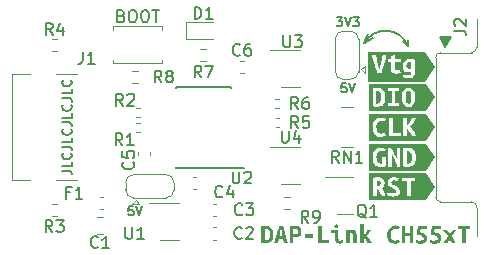
<source format=gto>
%TF.GenerationSoftware,KiCad,Pcbnew,(6.0.1)*%
%TF.CreationDate,2022-02-25T23:47:12+08:00*%
%TF.ProjectId,PCB_DAP_Link_CH55xT,5043425f-4441-4505-9f4c-696e6b5f4348,1.0*%
%TF.SameCoordinates,Original*%
%TF.FileFunction,Legend,Top*%
%TF.FilePolarity,Positive*%
%FSLAX46Y46*%
G04 Gerber Fmt 4.6, Leading zero omitted, Abs format (unit mm)*
G04 Created by KiCad (PCBNEW (6.0.1)) date 2022-02-25 23:47:12*
%MOMM*%
%LPD*%
G01*
G04 APERTURE LIST*
%ADD10C,0.150000*%
%ADD11C,0.127000*%
%ADD12C,0.120000*%
G04 APERTURE END LIST*
D10*
X117116000Y-56321000D02*
X117391000Y-55580000D01*
X117116000Y-56321000D02*
X117805303Y-55875490D01*
X120794628Y-56580000D02*
G75*
G03*
X117137000Y-56300000I-1892089J-686554D01*
G01*
X120794628Y-56580000D02*
X120794628Y-56046000D01*
X120794628Y-56580000D02*
X120387628Y-56173000D01*
D11*
X115566857Y-59710714D02*
X115204000Y-59710714D01*
X115167714Y-60073571D01*
X115204000Y-60037285D01*
X115276571Y-60001000D01*
X115458000Y-60001000D01*
X115530571Y-60037285D01*
X115566857Y-60073571D01*
X115603142Y-60146142D01*
X115603142Y-60327571D01*
X115566857Y-60400142D01*
X115530571Y-60436428D01*
X115458000Y-60472714D01*
X115276571Y-60472714D01*
X115204000Y-60436428D01*
X115167714Y-60400142D01*
X115820857Y-59710714D02*
X116074857Y-60472714D01*
X116328857Y-59710714D01*
D10*
X91524904Y-67125238D02*
X92096333Y-67125238D01*
X92210619Y-67163333D01*
X92286809Y-67239523D01*
X92324904Y-67353809D01*
X92324904Y-67430000D01*
X92324904Y-66363333D02*
X92324904Y-66744285D01*
X91524904Y-66744285D01*
X92248714Y-65639523D02*
X92286809Y-65677619D01*
X92324904Y-65791904D01*
X92324904Y-65868095D01*
X92286809Y-65982380D01*
X92210619Y-66058571D01*
X92134428Y-66096666D01*
X91982047Y-66134761D01*
X91867761Y-66134761D01*
X91715380Y-66096666D01*
X91639190Y-66058571D01*
X91563000Y-65982380D01*
X91524904Y-65868095D01*
X91524904Y-65791904D01*
X91563000Y-65677619D01*
X91601095Y-65639523D01*
X91524904Y-65068095D02*
X92096333Y-65068095D01*
X92210619Y-65106190D01*
X92286809Y-65182380D01*
X92324904Y-65296666D01*
X92324904Y-65372857D01*
X92324904Y-64306190D02*
X92324904Y-64687142D01*
X91524904Y-64687142D01*
X92248714Y-63582380D02*
X92286809Y-63620476D01*
X92324904Y-63734761D01*
X92324904Y-63810952D01*
X92286809Y-63925238D01*
X92210619Y-64001428D01*
X92134428Y-64039523D01*
X91982047Y-64077619D01*
X91867761Y-64077619D01*
X91715380Y-64039523D01*
X91639190Y-64001428D01*
X91563000Y-63925238D01*
X91524904Y-63810952D01*
X91524904Y-63734761D01*
X91563000Y-63620476D01*
X91601095Y-63582380D01*
X91524904Y-63010952D02*
X92096333Y-63010952D01*
X92210619Y-63049047D01*
X92286809Y-63125238D01*
X92324904Y-63239523D01*
X92324904Y-63315714D01*
X92324904Y-62249047D02*
X92324904Y-62630000D01*
X91524904Y-62630000D01*
X92248714Y-61525238D02*
X92286809Y-61563333D01*
X92324904Y-61677619D01*
X92324904Y-61753809D01*
X92286809Y-61868095D01*
X92210619Y-61944285D01*
X92134428Y-61982380D01*
X91982047Y-62020476D01*
X91867761Y-62020476D01*
X91715380Y-61982380D01*
X91639190Y-61944285D01*
X91563000Y-61868095D01*
X91524904Y-61753809D01*
X91524904Y-61677619D01*
X91563000Y-61563333D01*
X91601095Y-61525238D01*
X91524904Y-60953809D02*
X92096333Y-60953809D01*
X92210619Y-60991904D01*
X92286809Y-61068095D01*
X92324904Y-61182380D01*
X92324904Y-61258571D01*
X92324904Y-60191904D02*
X92324904Y-60572857D01*
X91524904Y-60572857D01*
X92248714Y-59468095D02*
X92286809Y-59506190D01*
X92324904Y-59620476D01*
X92324904Y-59696666D01*
X92286809Y-59810952D01*
X92210619Y-59887142D01*
X92134428Y-59925238D01*
X91982047Y-59963333D01*
X91867761Y-59963333D01*
X91715380Y-59925238D01*
X91639190Y-59887142D01*
X91563000Y-59810952D01*
X91524904Y-59696666D01*
X91524904Y-59620476D01*
X91563000Y-59506190D01*
X91601095Y-59468095D01*
D11*
X97532868Y-70124712D02*
X97170011Y-70124712D01*
X97133725Y-70487569D01*
X97170011Y-70451283D01*
X97242582Y-70414998D01*
X97424011Y-70414998D01*
X97496582Y-70451283D01*
X97532868Y-70487569D01*
X97569153Y-70560140D01*
X97569153Y-70741569D01*
X97532868Y-70814140D01*
X97496582Y-70850426D01*
X97424011Y-70886712D01*
X97242582Y-70886712D01*
X97170011Y-70850426D01*
X97133725Y-70814140D01*
X97786868Y-70124712D02*
X98040868Y-70886712D01*
X98294868Y-70124712D01*
X114768582Y-54122714D02*
X115240296Y-54122714D01*
X114986296Y-54413000D01*
X115095153Y-54413000D01*
X115167725Y-54449285D01*
X115204011Y-54485571D01*
X115240296Y-54558142D01*
X115240296Y-54739571D01*
X115204011Y-54812142D01*
X115167725Y-54848428D01*
X115095153Y-54884714D01*
X114877439Y-54884714D01*
X114804868Y-54848428D01*
X114768582Y-54812142D01*
X115458011Y-54122714D02*
X115712011Y-54884714D01*
X115966011Y-54122714D01*
X116147439Y-54122714D02*
X116619153Y-54122714D01*
X116365153Y-54413000D01*
X116474011Y-54413000D01*
X116546582Y-54449285D01*
X116582868Y-54485571D01*
X116619153Y-54558142D01*
X116619153Y-54739571D01*
X116582868Y-54812142D01*
X116546582Y-54848428D01*
X116474011Y-54884714D01*
X116256296Y-54884714D01*
X116183725Y-54848428D01*
X116147439Y-54812142D01*
D10*
X96542857Y-54008571D02*
X96685714Y-54056190D01*
X96733333Y-54103809D01*
X96780952Y-54199047D01*
X96780952Y-54341904D01*
X96733333Y-54437142D01*
X96685714Y-54484761D01*
X96590476Y-54532380D01*
X96209523Y-54532380D01*
X96209523Y-53532380D01*
X96542857Y-53532380D01*
X96638095Y-53580000D01*
X96685714Y-53627619D01*
X96733333Y-53722857D01*
X96733333Y-53818095D01*
X96685714Y-53913333D01*
X96638095Y-53960952D01*
X96542857Y-54008571D01*
X96209523Y-54008571D01*
X97400000Y-53532380D02*
X97590476Y-53532380D01*
X97685714Y-53580000D01*
X97780952Y-53675238D01*
X97828571Y-53865714D01*
X97828571Y-54199047D01*
X97780952Y-54389523D01*
X97685714Y-54484761D01*
X97590476Y-54532380D01*
X97400000Y-54532380D01*
X97304761Y-54484761D01*
X97209523Y-54389523D01*
X97161904Y-54199047D01*
X97161904Y-53865714D01*
X97209523Y-53675238D01*
X97304761Y-53580000D01*
X97400000Y-53532380D01*
X98447619Y-53532380D02*
X98638095Y-53532380D01*
X98733333Y-53580000D01*
X98828571Y-53675238D01*
X98876190Y-53865714D01*
X98876190Y-54199047D01*
X98828571Y-54389523D01*
X98733333Y-54484761D01*
X98638095Y-54532380D01*
X98447619Y-54532380D01*
X98352380Y-54484761D01*
X98257142Y-54389523D01*
X98209523Y-54199047D01*
X98209523Y-53865714D01*
X98257142Y-53675238D01*
X98352380Y-53580000D01*
X98447619Y-53532380D01*
X99161904Y-53532380D02*
X99733333Y-53532380D01*
X99447619Y-54532380D02*
X99447619Y-53532380D01*
%TO.C,R6*%
X111484133Y-61875780D02*
X111150800Y-61399590D01*
X110912704Y-61875780D02*
X110912704Y-60875780D01*
X111293657Y-60875780D01*
X111388895Y-60923400D01*
X111436514Y-60971019D01*
X111484133Y-61066257D01*
X111484133Y-61209114D01*
X111436514Y-61304352D01*
X111388895Y-61351971D01*
X111293657Y-61399590D01*
X110912704Y-61399590D01*
X112341276Y-60875780D02*
X112150800Y-60875780D01*
X112055561Y-60923400D01*
X112007942Y-60971019D01*
X111912704Y-61113876D01*
X111865085Y-61304352D01*
X111865085Y-61685304D01*
X111912704Y-61780542D01*
X111960323Y-61828161D01*
X112055561Y-61875780D01*
X112246038Y-61875780D01*
X112341276Y-61828161D01*
X112388895Y-61780542D01*
X112436514Y-61685304D01*
X112436514Y-61447209D01*
X112388895Y-61351971D01*
X112341276Y-61304352D01*
X112246038Y-61256733D01*
X112055561Y-61256733D01*
X111960323Y-61304352D01*
X111912704Y-61351971D01*
X111865085Y-61447209D01*
%TO.C,C5*%
X97527142Y-66390666D02*
X97574761Y-66438285D01*
X97622380Y-66581142D01*
X97622380Y-66676380D01*
X97574761Y-66819238D01*
X97479523Y-66914476D01*
X97384285Y-66962095D01*
X97193809Y-67009714D01*
X97050952Y-67009714D01*
X96860476Y-66962095D01*
X96765238Y-66914476D01*
X96670000Y-66819238D01*
X96622380Y-66676380D01*
X96622380Y-66581142D01*
X96670000Y-66438285D01*
X96717619Y-66390666D01*
X96622380Y-65485904D02*
X96622380Y-65962095D01*
X97098571Y-66009714D01*
X97050952Y-65962095D01*
X97003333Y-65866857D01*
X97003333Y-65628761D01*
X97050952Y-65533523D01*
X97098571Y-65485904D01*
X97193809Y-65438285D01*
X97431904Y-65438285D01*
X97527142Y-65485904D01*
X97574761Y-65533523D01*
X97622380Y-65628761D01*
X97622380Y-65866857D01*
X97574761Y-65962095D01*
X97527142Y-66009714D01*
%TO.C,C1*%
X94545333Y-73566142D02*
X94497714Y-73613761D01*
X94354857Y-73661380D01*
X94259619Y-73661380D01*
X94116761Y-73613761D01*
X94021523Y-73518523D01*
X93973904Y-73423285D01*
X93926285Y-73232809D01*
X93926285Y-73089952D01*
X93973904Y-72899476D01*
X94021523Y-72804238D01*
X94116761Y-72709000D01*
X94259619Y-72661380D01*
X94354857Y-72661380D01*
X94497714Y-72709000D01*
X94545333Y-72756619D01*
X95497714Y-73661380D02*
X94926285Y-73661380D01*
X95212000Y-73661380D02*
X95212000Y-72661380D01*
X95116761Y-72804238D01*
X95021523Y-72899476D01*
X94926285Y-72947095D01*
%TO.C,J1*%
X93280666Y-57040380D02*
X93280666Y-57754666D01*
X93233047Y-57897523D01*
X93137809Y-57992761D01*
X92994952Y-58040380D01*
X92899714Y-58040380D01*
X94280666Y-58040380D02*
X93709238Y-58040380D01*
X93994952Y-58040380D02*
X93994952Y-57040380D01*
X93899714Y-57183238D01*
X93804476Y-57278476D01*
X93709238Y-57326095D01*
%TO.C,C4*%
X105091333Y-69287142D02*
X105043714Y-69334761D01*
X104900857Y-69382380D01*
X104805619Y-69382380D01*
X104662761Y-69334761D01*
X104567523Y-69239523D01*
X104519904Y-69144285D01*
X104472285Y-68953809D01*
X104472285Y-68810952D01*
X104519904Y-68620476D01*
X104567523Y-68525238D01*
X104662761Y-68430000D01*
X104805619Y-68382380D01*
X104900857Y-68382380D01*
X105043714Y-68430000D01*
X105091333Y-68477619D01*
X105948476Y-68715714D02*
X105948476Y-69382380D01*
X105710380Y-68334761D02*
X105472285Y-69049047D01*
X106091333Y-69049047D01*
%TO.C,U1*%
X96888095Y-71882380D02*
X96888095Y-72691904D01*
X96935714Y-72787142D01*
X96983333Y-72834761D01*
X97078571Y-72882380D01*
X97269047Y-72882380D01*
X97364285Y-72834761D01*
X97411904Y-72787142D01*
X97459523Y-72691904D01*
X97459523Y-71882380D01*
X98459523Y-72882380D02*
X97888095Y-72882380D01*
X98173809Y-72882380D02*
X98173809Y-71882380D01*
X98078571Y-72025238D01*
X97983333Y-72120476D01*
X97888095Y-72168095D01*
%TO.C,U2*%
X105963095Y-67182380D02*
X105963095Y-67991904D01*
X106010714Y-68087142D01*
X106058333Y-68134761D01*
X106153571Y-68182380D01*
X106344047Y-68182380D01*
X106439285Y-68134761D01*
X106486904Y-68087142D01*
X106534523Y-67991904D01*
X106534523Y-67182380D01*
X106963095Y-67277619D02*
X107010714Y-67230000D01*
X107105952Y-67182380D01*
X107344047Y-67182380D01*
X107439285Y-67230000D01*
X107486904Y-67277619D01*
X107534523Y-67372857D01*
X107534523Y-67468095D01*
X107486904Y-67610952D01*
X106915476Y-68182380D01*
X107534523Y-68182380D01*
%TO.C,R2*%
X96662053Y-61612681D02*
X96328720Y-61136491D01*
X96090624Y-61612681D02*
X96090624Y-60612681D01*
X96471577Y-60612681D01*
X96566815Y-60660301D01*
X96614434Y-60707920D01*
X96662053Y-60803158D01*
X96662053Y-60946015D01*
X96614434Y-61041253D01*
X96566815Y-61088872D01*
X96471577Y-61136491D01*
X96090624Y-61136491D01*
X97043005Y-60707920D02*
X97090624Y-60660301D01*
X97185862Y-60612681D01*
X97423958Y-60612681D01*
X97519196Y-60660301D01*
X97566815Y-60707920D01*
X97614434Y-60803158D01*
X97614434Y-60898396D01*
X97566815Y-61041253D01*
X96995386Y-61612681D01*
X97614434Y-61612681D01*
%TO.C,C6*%
X106573333Y-57277142D02*
X106525714Y-57324761D01*
X106382857Y-57372380D01*
X106287619Y-57372380D01*
X106144761Y-57324761D01*
X106049523Y-57229523D01*
X106001904Y-57134285D01*
X105954285Y-56943809D01*
X105954285Y-56800952D01*
X106001904Y-56610476D01*
X106049523Y-56515238D01*
X106144761Y-56420000D01*
X106287619Y-56372380D01*
X106382857Y-56372380D01*
X106525714Y-56420000D01*
X106573333Y-56467619D01*
X107430476Y-56372380D02*
X107240000Y-56372380D01*
X107144761Y-56420000D01*
X107097142Y-56467619D01*
X107001904Y-56610476D01*
X106954285Y-56800952D01*
X106954285Y-57181904D01*
X107001904Y-57277142D01*
X107049523Y-57324761D01*
X107144761Y-57372380D01*
X107335238Y-57372380D01*
X107430476Y-57324761D01*
X107478095Y-57277142D01*
X107525714Y-57181904D01*
X107525714Y-56943809D01*
X107478095Y-56848571D01*
X107430476Y-56800952D01*
X107335238Y-56753333D01*
X107144761Y-56753333D01*
X107049523Y-56800952D01*
X107001904Y-56848571D01*
X106954285Y-56943809D01*
%TO.C,R3*%
X90698333Y-72297380D02*
X90365000Y-71821190D01*
X90126904Y-72297380D02*
X90126904Y-71297380D01*
X90507857Y-71297380D01*
X90603095Y-71345000D01*
X90650714Y-71392619D01*
X90698333Y-71487857D01*
X90698333Y-71630714D01*
X90650714Y-71725952D01*
X90603095Y-71773571D01*
X90507857Y-71821190D01*
X90126904Y-71821190D01*
X91031666Y-71297380D02*
X91650714Y-71297380D01*
X91317380Y-71678333D01*
X91460238Y-71678333D01*
X91555476Y-71725952D01*
X91603095Y-71773571D01*
X91650714Y-71868809D01*
X91650714Y-72106904D01*
X91603095Y-72202142D01*
X91555476Y-72249761D01*
X91460238Y-72297380D01*
X91174523Y-72297380D01*
X91079285Y-72249761D01*
X91031666Y-72202142D01*
%TO.C,Q1*%
X117267761Y-71089619D02*
X117172523Y-71042000D01*
X117077285Y-70946761D01*
X116934428Y-70803904D01*
X116839190Y-70756285D01*
X116743952Y-70756285D01*
X116791571Y-70994380D02*
X116696333Y-70946761D01*
X116601095Y-70851523D01*
X116553476Y-70661047D01*
X116553476Y-70327714D01*
X116601095Y-70137238D01*
X116696333Y-70042000D01*
X116791571Y-69994380D01*
X116982047Y-69994380D01*
X117077285Y-70042000D01*
X117172523Y-70137238D01*
X117220142Y-70327714D01*
X117220142Y-70661047D01*
X117172523Y-70851523D01*
X117077285Y-70946761D01*
X116982047Y-70994380D01*
X116791571Y-70994380D01*
X118172523Y-70994380D02*
X117601095Y-70994380D01*
X117886809Y-70994380D02*
X117886809Y-69994380D01*
X117791571Y-70137238D01*
X117696333Y-70232476D01*
X117601095Y-70280095D01*
%TO.C,U3*%
X110256595Y-55662380D02*
X110256595Y-56471904D01*
X110304214Y-56567142D01*
X110351833Y-56614761D01*
X110447071Y-56662380D01*
X110637547Y-56662380D01*
X110732785Y-56614761D01*
X110780404Y-56567142D01*
X110828023Y-56471904D01*
X110828023Y-55662380D01*
X111208976Y-55662380D02*
X111828023Y-55662380D01*
X111494690Y-56043333D01*
X111637547Y-56043333D01*
X111732785Y-56090952D01*
X111780404Y-56138571D01*
X111828023Y-56233809D01*
X111828023Y-56471904D01*
X111780404Y-56567142D01*
X111732785Y-56614761D01*
X111637547Y-56662380D01*
X111351833Y-56662380D01*
X111256595Y-56614761D01*
X111208976Y-56567142D01*
%TO.C,C3*%
X106758333Y-70787142D02*
X106710714Y-70834761D01*
X106567857Y-70882380D01*
X106472619Y-70882380D01*
X106329761Y-70834761D01*
X106234523Y-70739523D01*
X106186904Y-70644285D01*
X106139285Y-70453809D01*
X106139285Y-70310952D01*
X106186904Y-70120476D01*
X106234523Y-70025238D01*
X106329761Y-69930000D01*
X106472619Y-69882380D01*
X106567857Y-69882380D01*
X106710714Y-69930000D01*
X106758333Y-69977619D01*
X107091666Y-69882380D02*
X107710714Y-69882380D01*
X107377380Y-70263333D01*
X107520238Y-70263333D01*
X107615476Y-70310952D01*
X107663095Y-70358571D01*
X107710714Y-70453809D01*
X107710714Y-70691904D01*
X107663095Y-70787142D01*
X107615476Y-70834761D01*
X107520238Y-70882380D01*
X107234523Y-70882380D01*
X107139285Y-70834761D01*
X107091666Y-70787142D01*
%TO.C,R4*%
X90713333Y-55627380D02*
X90380000Y-55151190D01*
X90141904Y-55627380D02*
X90141904Y-54627380D01*
X90522857Y-54627380D01*
X90618095Y-54675000D01*
X90665714Y-54722619D01*
X90713333Y-54817857D01*
X90713333Y-54960714D01*
X90665714Y-55055952D01*
X90618095Y-55103571D01*
X90522857Y-55151190D01*
X90141904Y-55151190D01*
X91570476Y-54960714D02*
X91570476Y-55627380D01*
X91332380Y-54579761D02*
X91094285Y-55294047D01*
X91713333Y-55294047D01*
%TO.C,R9*%
X112370333Y-71502380D02*
X112037000Y-71026190D01*
X111798904Y-71502380D02*
X111798904Y-70502380D01*
X112179857Y-70502380D01*
X112275095Y-70550000D01*
X112322714Y-70597619D01*
X112370333Y-70692857D01*
X112370333Y-70835714D01*
X112322714Y-70930952D01*
X112275095Y-70978571D01*
X112179857Y-71026190D01*
X111798904Y-71026190D01*
X112846523Y-71502380D02*
X113037000Y-71502380D01*
X113132238Y-71454761D01*
X113179857Y-71407142D01*
X113275095Y-71264285D01*
X113322714Y-71073809D01*
X113322714Y-70692857D01*
X113275095Y-70597619D01*
X113227476Y-70550000D01*
X113132238Y-70502380D01*
X112941761Y-70502380D01*
X112846523Y-70550000D01*
X112798904Y-70597619D01*
X112751285Y-70692857D01*
X112751285Y-70930952D01*
X112798904Y-71026190D01*
X112846523Y-71073809D01*
X112941761Y-71121428D01*
X113132238Y-71121428D01*
X113227476Y-71073809D01*
X113275095Y-71026190D01*
X113322714Y-70930952D01*
%TO.C,R7*%
X103308333Y-59216380D02*
X102975000Y-58740190D01*
X102736904Y-59216380D02*
X102736904Y-58216380D01*
X103117857Y-58216380D01*
X103213095Y-58264000D01*
X103260714Y-58311619D01*
X103308333Y-58406857D01*
X103308333Y-58549714D01*
X103260714Y-58644952D01*
X103213095Y-58692571D01*
X103117857Y-58740190D01*
X102736904Y-58740190D01*
X103641666Y-58216380D02*
X104308333Y-58216380D01*
X103879761Y-59216380D01*
%TO.C,J2*%
X124702380Y-55263333D02*
X125416666Y-55263333D01*
X125559523Y-55310952D01*
X125654761Y-55406190D01*
X125702380Y-55549047D01*
X125702380Y-55644285D01*
X124797619Y-54834761D02*
X124750000Y-54787142D01*
X124702380Y-54691904D01*
X124702380Y-54453809D01*
X124750000Y-54358571D01*
X124797619Y-54310952D01*
X124892857Y-54263333D01*
X124988095Y-54263333D01*
X125130952Y-54310952D01*
X125702380Y-54882380D01*
X125702380Y-54263333D01*
X124331428Y-55888095D02*
X123605714Y-55888095D01*
X124210476Y-56009047D02*
X123726666Y-56009047D01*
X124210476Y-56130000D02*
X123726666Y-56130000D01*
X123968571Y-56250952D02*
X123968571Y-56492857D01*
X124089523Y-56250952D02*
X123847619Y-56250952D01*
X124331428Y-55767142D02*
X123968571Y-56492857D01*
X123605714Y-55767142D01*
X123968571Y-56613809D02*
X123484761Y-55767142D01*
X124452380Y-55767142D01*
X123968571Y-56613809D01*
%TO.C,C2*%
X106733333Y-72787142D02*
X106685714Y-72834761D01*
X106542857Y-72882380D01*
X106447619Y-72882380D01*
X106304761Y-72834761D01*
X106209523Y-72739523D01*
X106161904Y-72644285D01*
X106114285Y-72453809D01*
X106114285Y-72310952D01*
X106161904Y-72120476D01*
X106209523Y-72025238D01*
X106304761Y-71930000D01*
X106447619Y-71882380D01*
X106542857Y-71882380D01*
X106685714Y-71930000D01*
X106733333Y-71977619D01*
X107114285Y-71977619D02*
X107161904Y-71930000D01*
X107257142Y-71882380D01*
X107495238Y-71882380D01*
X107590476Y-71930000D01*
X107638095Y-71977619D01*
X107685714Y-72072857D01*
X107685714Y-72168095D01*
X107638095Y-72310952D01*
X107066666Y-72882380D01*
X107685714Y-72882380D01*
%TO.C,U4*%
X110124095Y-63732380D02*
X110124095Y-64541904D01*
X110171714Y-64637142D01*
X110219333Y-64684761D01*
X110314571Y-64732380D01*
X110505047Y-64732380D01*
X110600285Y-64684761D01*
X110647904Y-64637142D01*
X110695523Y-64541904D01*
X110695523Y-63732380D01*
X111600285Y-64065714D02*
X111600285Y-64732380D01*
X111362190Y-63684761D02*
X111124095Y-64399047D01*
X111743142Y-64399047D01*
%TO.C,D1*%
X102736904Y-54262380D02*
X102736904Y-53262380D01*
X102975000Y-53262380D01*
X103117857Y-53310000D01*
X103213095Y-53405238D01*
X103260714Y-53500476D01*
X103308333Y-53690952D01*
X103308333Y-53833809D01*
X103260714Y-54024285D01*
X103213095Y-54119523D01*
X103117857Y-54214761D01*
X102975000Y-54262380D01*
X102736904Y-54262380D01*
X104260714Y-54262380D02*
X103689285Y-54262380D01*
X103975000Y-54262380D02*
X103975000Y-53262380D01*
X103879761Y-53405238D01*
X103784523Y-53500476D01*
X103689285Y-53548095D01*
%TO.C,R5*%
X111510131Y-63501535D02*
X111176798Y-63025345D01*
X110938702Y-63501535D02*
X110938702Y-62501535D01*
X111319655Y-62501535D01*
X111414893Y-62549155D01*
X111462512Y-62596774D01*
X111510131Y-62692012D01*
X111510131Y-62834869D01*
X111462512Y-62930107D01*
X111414893Y-62977726D01*
X111319655Y-63025345D01*
X110938702Y-63025345D01*
X112414893Y-62501535D02*
X111938702Y-62501535D01*
X111891083Y-62977726D01*
X111938702Y-62930107D01*
X112033940Y-62882488D01*
X112272036Y-62882488D01*
X112367274Y-62930107D01*
X112414893Y-62977726D01*
X112462512Y-63072964D01*
X112462512Y-63311059D01*
X112414893Y-63406297D01*
X112367274Y-63453916D01*
X112272036Y-63501535D01*
X112033940Y-63501535D01*
X111938702Y-63453916D01*
X111891083Y-63406297D01*
%TO.C,RN1*%
X114939523Y-66422380D02*
X114606190Y-65946190D01*
X114368095Y-66422380D02*
X114368095Y-65422380D01*
X114749047Y-65422380D01*
X114844285Y-65470000D01*
X114891904Y-65517619D01*
X114939523Y-65612857D01*
X114939523Y-65755714D01*
X114891904Y-65850952D01*
X114844285Y-65898571D01*
X114749047Y-65946190D01*
X114368095Y-65946190D01*
X115368095Y-66422380D02*
X115368095Y-65422380D01*
X115939523Y-66422380D01*
X115939523Y-65422380D01*
X116939523Y-66422380D02*
X116368095Y-66422380D01*
X116653809Y-66422380D02*
X116653809Y-65422380D01*
X116558571Y-65565238D01*
X116463333Y-65660476D01*
X116368095Y-65708095D01*
%TO.C,R1*%
X96622333Y-64960391D02*
X96289000Y-64484201D01*
X96050904Y-64960391D02*
X96050904Y-63960391D01*
X96431857Y-63960391D01*
X96527095Y-64008011D01*
X96574714Y-64055630D01*
X96622333Y-64150868D01*
X96622333Y-64293725D01*
X96574714Y-64388963D01*
X96527095Y-64436582D01*
X96431857Y-64484201D01*
X96050904Y-64484201D01*
X97574714Y-64960391D02*
X97003285Y-64960391D01*
X97289000Y-64960391D02*
X97289000Y-63960391D01*
X97193761Y-64103249D01*
X97098523Y-64198487D01*
X97003285Y-64246106D01*
%TO.C,R8*%
X99936333Y-59632380D02*
X99603000Y-59156190D01*
X99364904Y-59632380D02*
X99364904Y-58632380D01*
X99745857Y-58632380D01*
X99841095Y-58680000D01*
X99888714Y-58727619D01*
X99936333Y-58822857D01*
X99936333Y-58965714D01*
X99888714Y-59060952D01*
X99841095Y-59108571D01*
X99745857Y-59156190D01*
X99364904Y-59156190D01*
X100507761Y-59060952D02*
X100412523Y-59013333D01*
X100364904Y-58965714D01*
X100317285Y-58870476D01*
X100317285Y-58822857D01*
X100364904Y-58727619D01*
X100412523Y-58680000D01*
X100507761Y-58632380D01*
X100698238Y-58632380D01*
X100793476Y-58680000D01*
X100841095Y-58727619D01*
X100888714Y-58822857D01*
X100888714Y-58870476D01*
X100841095Y-58965714D01*
X100793476Y-59013333D01*
X100698238Y-59060952D01*
X100507761Y-59060952D01*
X100412523Y-59108571D01*
X100364904Y-59156190D01*
X100317285Y-59251428D01*
X100317285Y-59441904D01*
X100364904Y-59537142D01*
X100412523Y-59584761D01*
X100507761Y-59632380D01*
X100698238Y-59632380D01*
X100793476Y-59584761D01*
X100841095Y-59537142D01*
X100888714Y-59441904D01*
X100888714Y-59251428D01*
X100841095Y-59156190D01*
X100793476Y-59108571D01*
X100698238Y-59060952D01*
%TO.C,F1*%
X92194166Y-68946571D02*
X91860833Y-68946571D01*
X91860833Y-69470380D02*
X91860833Y-68470380D01*
X92337023Y-68470380D01*
X93241785Y-69470380D02*
X92670357Y-69470380D01*
X92956071Y-69470380D02*
X92956071Y-68470380D01*
X92860833Y-68613238D01*
X92765595Y-68708476D01*
X92670357Y-68756095D01*
D12*
%TO.C,R6*%
X109894641Y-61816600D02*
X109587359Y-61816600D01*
X109894641Y-61056600D02*
X109587359Y-61056600D01*
%TO.C,C5*%
X97930000Y-65820580D02*
X97930000Y-65539420D01*
X98950000Y-65820580D02*
X98950000Y-65539420D01*
%TO.C,C1*%
X94957252Y-71020000D02*
X94434748Y-71020000D01*
X94957252Y-72490000D02*
X94434748Y-72490000D01*
%TO.C,J1*%
X87310000Y-67900000D02*
X88770000Y-67900000D01*
X87310000Y-67900000D02*
X87310000Y-58960000D01*
X92820000Y-67900000D02*
X91020000Y-67900000D01*
X92820000Y-58960000D02*
X91020000Y-58960000D01*
X87310000Y-58960000D02*
X88770000Y-58960000D01*
%TO.C,C4*%
X102898580Y-68690000D02*
X102617420Y-68690000D01*
X102898580Y-67670000D02*
X102617420Y-67670000D01*
%TO.C,U1*%
X100650000Y-72990000D02*
X101450000Y-72990000D01*
X100650000Y-69870000D02*
X98850000Y-69870000D01*
X100650000Y-72990000D02*
X99850000Y-72990000D01*
X100650000Y-69870000D02*
X101450000Y-69870000D01*
D10*
%TO.C,U2*%
X101195000Y-66880000D02*
X101195000Y-66780000D01*
X101195000Y-60055000D02*
X101195000Y-60080000D01*
X105845000Y-60055000D02*
X101195000Y-60055000D01*
X106920000Y-66880000D02*
X101195000Y-66880000D01*
X105845000Y-60055000D02*
X105845000Y-60080000D01*
D12*
%TO.C,R2*%
X97778359Y-62560000D02*
X98085641Y-62560000D01*
X97778359Y-61800000D02*
X98085641Y-61800000D01*
%TO.C,C6*%
X106599420Y-58860000D02*
X106880580Y-58860000D01*
X106599420Y-57840000D02*
X106880580Y-57840000D01*
%TO.C,R3*%
X91102258Y-70937500D02*
X90627742Y-70937500D01*
X91102258Y-69892500D02*
X90627742Y-69892500D01*
%TO.C,SW1*%
X99970000Y-58000000D02*
X95830000Y-58000000D01*
X95830000Y-54860000D02*
X99970000Y-54860000D01*
X99970000Y-54860000D02*
X99970000Y-55160000D01*
X99970000Y-57700000D02*
X99970000Y-58000000D01*
X95830000Y-58000000D02*
X95830000Y-57700000D01*
X95830000Y-55160000D02*
X95830000Y-54860000D01*
%TO.C,kibuzzard-620E0A96*%
G36*
X117511331Y-67342080D02*
G01*
X122330055Y-67342080D01*
X123088669Y-68480000D01*
X122330055Y-69617920D01*
X117511331Y-69617920D01*
X117511331Y-69267400D01*
X117828831Y-69267400D01*
X118141251Y-69267400D01*
X118141251Y-68688280D01*
X118303811Y-68688280D01*
X118389854Y-68832108D01*
X118470181Y-68974030D01*
X118542889Y-69117858D01*
X118606071Y-69267400D01*
X118933731Y-69267400D01*
X118896155Y-69181040D01*
X119063271Y-69181040D01*
X119238531Y-69258510D01*
X119375056Y-69289943D01*
X119550951Y-69300420D01*
X119729175Y-69287014D01*
X119874378Y-69246798D01*
X119986561Y-69179770D01*
X120094194Y-69034038D01*
X120130071Y-68838140D01*
X120119276Y-68719713D01*
X120086891Y-68623510D01*
X119976401Y-68481270D01*
X119829081Y-68389830D01*
X119675411Y-68327600D01*
X119577621Y-68289500D01*
X119488721Y-68242510D01*
X119423951Y-68181550D01*
X119398551Y-68101540D01*
X119426209Y-68001351D01*
X119509182Y-67941238D01*
X119647471Y-67921200D01*
X119826541Y-67946600D01*
X119967511Y-68007560D01*
X120058951Y-67766260D01*
X119883603Y-67695140D01*
X120295171Y-67695140D01*
X120295171Y-67954220D01*
X120709191Y-67954220D01*
X120709191Y-69267400D01*
X121024151Y-69267400D01*
X121024151Y-67954220D01*
X121438171Y-67954220D01*
X121438171Y-67695140D01*
X120295171Y-67695140D01*
X119883603Y-67695140D01*
X119877341Y-67692600D01*
X119760184Y-67667835D01*
X119624611Y-67659580D01*
X119468966Y-67673409D01*
X119337309Y-67714896D01*
X119229641Y-67784040D01*
X119122009Y-67932630D01*
X119086131Y-68129480D01*
X119126771Y-68316170D01*
X119229641Y-68441900D01*
X119368071Y-68525720D01*
X119515391Y-68584140D01*
X119622071Y-68628590D01*
X119718591Y-68681930D01*
X119789711Y-68749240D01*
X119817651Y-68835600D01*
X119806221Y-68910530D01*
X119764311Y-68976570D01*
X119681761Y-69022290D01*
X119550951Y-69038800D01*
X119424269Y-69029910D01*
X119318541Y-69003240D01*
X119154711Y-68927040D01*
X119063271Y-69181040D01*
X118896155Y-69181040D01*
X118861341Y-69101030D01*
X118773711Y-68925770D01*
X118679731Y-68758130D01*
X118588291Y-68612080D01*
X118699416Y-68540325D01*
X118773711Y-68441900D01*
X118815621Y-68323790D01*
X118829591Y-68192980D01*
X118819114Y-68069472D01*
X118787681Y-67963110D01*
X118667031Y-67801820D01*
X118580671Y-67746575D01*
X118479071Y-67707840D01*
X118363501Y-67684980D01*
X118235231Y-67677360D01*
X118146331Y-67679900D01*
X118039651Y-67686250D01*
X117929161Y-67698950D01*
X117828831Y-67718000D01*
X117828831Y-69267400D01*
X117511331Y-69267400D01*
X117511331Y-67342080D01*
G37*
G36*
X118347626Y-67963745D02*
G01*
X118435891Y-68007560D01*
X118493041Y-68082490D01*
X118512091Y-68190440D01*
X118440971Y-68366970D01*
X118347626Y-68413642D01*
X118209831Y-68429200D01*
X118141251Y-68429200D01*
X118141251Y-67956760D01*
X118192051Y-67950410D01*
X118235231Y-67949140D01*
X118347626Y-67963745D01*
G37*
%TO.C,Q1*%
X115458000Y-67655000D02*
X116108000Y-67655000D01*
X115458000Y-67655000D02*
X113783000Y-67655000D01*
X115458000Y-70775000D02*
X114808000Y-70775000D01*
X115458000Y-70775000D02*
X116108000Y-70775000D01*
%TO.C,kibuzzard-620E09F5*%
G36*
X117495331Y-59752080D02*
G01*
X122314055Y-59752080D01*
X123072669Y-60890000D01*
X122314055Y-62027920D01*
X117495331Y-62027920D01*
X117495331Y-61659620D01*
X117812831Y-61659620D01*
X117984281Y-61688830D01*
X118148111Y-61697720D01*
X118301464Y-61686608D01*
X118340137Y-61677400D01*
X119082831Y-61677400D01*
X120081051Y-61677400D01*
X120081051Y-61418320D01*
X119740691Y-61418320D01*
X119740691Y-60890000D01*
X120284251Y-60890000D01*
X120293379Y-61080738D01*
X120320764Y-61246553D01*
X120366404Y-61387443D01*
X120430301Y-61503410D01*
X120542202Y-61618416D01*
X120683172Y-61687419D01*
X120853211Y-61710420D01*
X121019158Y-61687419D01*
X121158011Y-61618416D01*
X121269771Y-61503410D01*
X121334224Y-61387443D01*
X121380261Y-61246553D01*
X121407884Y-61080738D01*
X121417091Y-60890000D01*
X121408043Y-60699262D01*
X121380896Y-60533447D01*
X121335653Y-60392557D01*
X121272311Y-60276590D01*
X121161116Y-60161584D01*
X121020569Y-60092581D01*
X120850671Y-60069580D01*
X120685854Y-60092581D01*
X120547000Y-60161584D01*
X120434111Y-60276590D01*
X120368548Y-60392557D01*
X120321716Y-60533447D01*
X120293618Y-60699262D01*
X120284251Y-60890000D01*
X119740691Y-60890000D01*
X119740691Y-60364220D01*
X120081051Y-60364220D01*
X120081051Y-60105140D01*
X119082831Y-60105140D01*
X119082831Y-60364220D01*
X119425731Y-60364220D01*
X119425731Y-61418320D01*
X119082831Y-61418320D01*
X119082831Y-61677400D01*
X118340137Y-61677400D01*
X118441481Y-61653270D01*
X118565624Y-61595803D01*
X118671351Y-61512300D01*
X118757394Y-61401493D01*
X118822481Y-61262110D01*
X118863439Y-61092248D01*
X118877091Y-60890000D01*
X118864709Y-60692197D01*
X118827561Y-60525510D01*
X118768189Y-60387715D01*
X118689131Y-60276590D01*
X118590389Y-60191817D01*
X118471961Y-60133080D01*
X118337024Y-60098790D01*
X118188751Y-60087360D01*
X118013491Y-60094980D01*
X117812831Y-60125460D01*
X117812831Y-61659620D01*
X117495331Y-61659620D01*
X117495331Y-59752080D01*
G37*
G36*
X120980211Y-60384540D02*
G01*
X121055141Y-60501380D01*
X121090701Y-60675370D01*
X121097369Y-60779192D01*
X121099591Y-60890000D01*
X121097369Y-61000490D01*
X121090701Y-61103360D01*
X121055141Y-61277350D01*
X120978941Y-61395460D01*
X120850671Y-61438640D01*
X120721131Y-61395460D01*
X120646201Y-61278620D01*
X120610641Y-61104630D01*
X120603974Y-61000808D01*
X120601751Y-60890000D01*
X120603974Y-60779510D01*
X120610641Y-60676640D01*
X120646201Y-60502650D01*
X120721131Y-60384540D01*
X120850671Y-60341360D01*
X120980211Y-60384540D01*
G37*
G36*
X118386871Y-60403590D02*
G01*
X118491011Y-60521700D01*
X118544351Y-60691880D01*
X118559591Y-60890000D01*
X118554829Y-61002078D01*
X118540541Y-61104630D01*
X118477041Y-61273540D01*
X118360201Y-61385300D01*
X118181131Y-61425940D01*
X118153191Y-61425940D01*
X118125251Y-61423400D01*
X118125251Y-60366760D01*
X118170971Y-60360410D01*
X118216691Y-60359140D01*
X118386871Y-60403590D01*
G37*
%TO.C,kibuzzard-620E6B95*%
G36*
X109855316Y-72917297D02*
G01*
X109788641Y-73257816D01*
X109483841Y-73257816D01*
X109525846Y-73086604D01*
X109568042Y-72921583D01*
X109610428Y-72762754D01*
X109635071Y-72674409D01*
X109910084Y-72674409D01*
X110198216Y-72674409D01*
X110169641Y-72522009D01*
X110137494Y-72375562D01*
X110099394Y-72227925D01*
X110055341Y-72069572D01*
X110011287Y-72227925D01*
X109973187Y-72375562D01*
X109939850Y-72522009D01*
X109910084Y-72674409D01*
X109635071Y-72674409D01*
X109653005Y-72610116D01*
X109695772Y-72463669D01*
X109748904Y-72286787D01*
X109801142Y-72114518D01*
X109852488Y-71946863D01*
X109902941Y-71783822D01*
X110222028Y-71783822D01*
X110274341Y-71948203D01*
X110326505Y-72117495D01*
X110378521Y-72291698D01*
X110430387Y-72470813D01*
X110471583Y-72618498D01*
X110512302Y-72771041D01*
X110552546Y-72928441D01*
X110592312Y-73090700D01*
X110631603Y-73257816D01*
X110317278Y-73257816D01*
X110248222Y-72917297D01*
X109855316Y-72917297D01*
G37*
G36*
X120578084Y-72364847D02*
G01*
X120968609Y-72364847D01*
X120968609Y-71783822D01*
X121261503Y-71783822D01*
X121261503Y-73257816D01*
X120968609Y-73257816D01*
X120968609Y-72607734D01*
X120578084Y-72607734D01*
X120578084Y-73257816D01*
X120285191Y-73257816D01*
X120285191Y-71783822D01*
X120578084Y-71783822D01*
X120578084Y-72364847D01*
G37*
G36*
X123568934Y-72026709D02*
G01*
X123061728Y-72026709D01*
X123049822Y-72186253D01*
X123037916Y-72321984D01*
X123218097Y-72346326D01*
X123364941Y-72393951D01*
X123478447Y-72464859D01*
X123559145Y-72558522D01*
X123607564Y-72674409D01*
X123623703Y-72812522D01*
X123587984Y-73001831D01*
X123478447Y-73153041D01*
X123395698Y-73210191D01*
X123295091Y-73253053D01*
X123176623Y-73279842D01*
X123040297Y-73288772D01*
X122923616Y-73281628D01*
X122809316Y-73263769D01*
X122710494Y-73238766D01*
X122642628Y-73212572D01*
X122702159Y-72969684D01*
X122835509Y-73017309D01*
X122926592Y-73033383D01*
X123037916Y-73038741D01*
X123179600Y-73019691D01*
X123267706Y-72970875D01*
X123311759Y-72903009D01*
X123323666Y-72824428D01*
X123303425Y-72711319D01*
X123222463Y-72623213D01*
X123049822Y-72566063D01*
X122920639Y-72550882D01*
X122756928Y-72545822D01*
X122778359Y-72347880D01*
X122795028Y-72154106D01*
X122807530Y-71965690D01*
X122816459Y-71783822D01*
X123568934Y-71783822D01*
X123568934Y-72026709D01*
G37*
G36*
X113498628Y-73014928D02*
G01*
X114129659Y-73014928D01*
X114129659Y-73257816D01*
X113203353Y-73257816D01*
X113203353Y-71783822D01*
X113498628Y-71783822D01*
X113498628Y-73014928D01*
G37*
G36*
X114846416Y-71679047D02*
G01*
X114901184Y-71817159D01*
X114846416Y-71952891D01*
X114715447Y-72002897D01*
X114585669Y-71952891D01*
X114532091Y-71817159D01*
X114585669Y-71679047D01*
X114715447Y-71629041D01*
X114846416Y-71679047D01*
G37*
G36*
X126071628Y-72026709D02*
G01*
X125683484Y-72026709D01*
X125683484Y-73257816D01*
X125388209Y-73257816D01*
X125388209Y-72026709D01*
X125000066Y-72026709D01*
X125000066Y-71783822D01*
X126071628Y-71783822D01*
X126071628Y-72026709D01*
G37*
G36*
X108891802Y-71777869D02*
G01*
X109018306Y-71810016D01*
X109129332Y-71865082D01*
X109221903Y-71944556D01*
X109296020Y-72048736D01*
X109351681Y-72177919D01*
X109386507Y-72334188D01*
X109398116Y-72519628D01*
X109385316Y-72709235D01*
X109346919Y-72868481D01*
X109285899Y-72999152D01*
X109205234Y-73103034D01*
X109106115Y-73181318D01*
X108989731Y-73235194D01*
X108858465Y-73266448D01*
X108714697Y-73276866D01*
X108561106Y-73268531D01*
X108400372Y-73241147D01*
X108400372Y-73019691D01*
X108693266Y-73019691D01*
X108719459Y-73022072D01*
X108745653Y-73022072D01*
X108913531Y-72983972D01*
X109023069Y-72879197D01*
X109082600Y-72720844D01*
X109095995Y-72624701D01*
X109100459Y-72519628D01*
X109086172Y-72333891D01*
X109036166Y-72174347D01*
X108938534Y-72063619D01*
X108778991Y-72021947D01*
X108736128Y-72023137D01*
X108693266Y-72029091D01*
X108693266Y-73019691D01*
X108400372Y-73019691D01*
X108400372Y-71802872D01*
X108588491Y-71774297D01*
X108752797Y-71767153D01*
X108891802Y-71777869D01*
G37*
G36*
X119862519Y-71763581D02*
G01*
X119973247Y-71793347D01*
X120053019Y-71829066D01*
X120101834Y-71857641D01*
X120025634Y-72091003D01*
X119893475Y-72030281D01*
X119716072Y-72005278D01*
X119581531Y-72030281D01*
X119464850Y-72113625D01*
X119381506Y-72269597D01*
X119357396Y-72379134D01*
X119349359Y-72512484D01*
X119359017Y-72667663D01*
X119387989Y-72796647D01*
X119436275Y-72899438D01*
X119550873Y-73000343D01*
X119720834Y-73033978D01*
X119910144Y-73007784D01*
X120030397Y-72955397D01*
X120104216Y-73186378D01*
X119936338Y-73256625D01*
X119822335Y-73280735D01*
X119692259Y-73288772D01*
X119500701Y-73266547D01*
X119341951Y-73199872D01*
X119216009Y-73088747D01*
X119144125Y-72978168D01*
X119092780Y-72846455D01*
X119061972Y-72693608D01*
X119051703Y-72519628D01*
X119064205Y-72346392D01*
X119101709Y-72193397D01*
X119161538Y-72061535D01*
X119241012Y-71951700D01*
X119338644Y-71864784D01*
X119452944Y-71801681D01*
X119581234Y-71763284D01*
X119720834Y-71750484D01*
X119862519Y-71763581D01*
G37*
G36*
X116132886Y-72124043D02*
G01*
X116232303Y-72151725D01*
X116371606Y-72256500D01*
X116444234Y-72418425D01*
X116460308Y-72517545D01*
X116465666Y-72626784D01*
X116465666Y-73257816D01*
X116172772Y-73257816D01*
X116172772Y-72664884D01*
X116163842Y-72529748D01*
X116137053Y-72438666D01*
X115991797Y-72369609D01*
X115926312Y-72371991D01*
X115858447Y-72379134D01*
X115858447Y-73257816D01*
X115565553Y-73257816D01*
X115565553Y-72174347D01*
X115653362Y-72153511D01*
X115759625Y-72133866D01*
X115880176Y-72119578D01*
X116010847Y-72114816D01*
X116132886Y-72124043D01*
G37*
G36*
X112765203Y-72791091D02*
G01*
X112112741Y-72791091D01*
X112112741Y-72502959D01*
X112765203Y-72502959D01*
X112765203Y-72791091D01*
G37*
G36*
X117051453Y-72581541D02*
G01*
X117138369Y-72475575D01*
X117224094Y-72360084D01*
X117303866Y-72244594D01*
X117370541Y-72138628D01*
X117722966Y-72138628D01*
X117625334Y-72257691D01*
X117512225Y-72388659D01*
X117395544Y-72517247D01*
X117289578Y-72631547D01*
X117418166Y-72768469D01*
X117486627Y-72849729D01*
X117553897Y-72933966D01*
X117617893Y-73019691D01*
X117676531Y-73105416D01*
X117765828Y-73257816D01*
X117430072Y-73257816D01*
X117355063Y-73123275D01*
X117256241Y-72975638D01*
X117150275Y-72837525D01*
X117051453Y-72729178D01*
X117051453Y-73257816D01*
X116756178Y-73257816D01*
X116756178Y-71655234D01*
X117051453Y-71605228D01*
X117051453Y-72581541D01*
G37*
G36*
X114913091Y-72831572D02*
G01*
X114950000Y-72980400D01*
X115072634Y-73029216D01*
X115170266Y-73018500D01*
X115298853Y-72974447D01*
X115336953Y-73210191D01*
X115166694Y-73268531D01*
X115020247Y-73284009D01*
X114915174Y-73275675D01*
X114828556Y-73250672D01*
X114704731Y-73154231D01*
X114639247Y-73000641D01*
X114624959Y-72903605D01*
X114620197Y-72793472D01*
X114620197Y-72381516D01*
X114310634Y-72381516D01*
X114310634Y-72138628D01*
X114913091Y-72138628D01*
X114913091Y-72831572D01*
G37*
G36*
X124354747Y-72488672D02*
G01*
X124583347Y-72138628D01*
X124881003Y-72138628D01*
X124519053Y-72676791D01*
X124630972Y-72823238D01*
X124735747Y-72979209D01*
X124826234Y-73129228D01*
X124895291Y-73257816D01*
X124590491Y-73257816D01*
X124526197Y-73142920D01*
X124461903Y-73041122D01*
X124399395Y-72950634D01*
X124340459Y-72869672D01*
X124272594Y-72963731D01*
X124211872Y-73055409D01*
X124154127Y-73151255D01*
X124095191Y-73257816D01*
X123797534Y-73257816D01*
X123879688Y-73118513D01*
X123977319Y-72970875D01*
X124084475Y-72822047D01*
X124192822Y-72681553D01*
X123799916Y-72138628D01*
X124107097Y-72138628D01*
X124354747Y-72488672D01*
G37*
G36*
X122378309Y-72026709D02*
G01*
X121871103Y-72026709D01*
X121859197Y-72186253D01*
X121847291Y-72321984D01*
X122027472Y-72346326D01*
X122174316Y-72393951D01*
X122287822Y-72464859D01*
X122368520Y-72558522D01*
X122416939Y-72674409D01*
X122433078Y-72812522D01*
X122397359Y-73001831D01*
X122287822Y-73153041D01*
X122205073Y-73210191D01*
X122104466Y-73253053D01*
X121985998Y-73279842D01*
X121849672Y-73288772D01*
X121732991Y-73281628D01*
X121618691Y-73263769D01*
X121519869Y-73238766D01*
X121452003Y-73212572D01*
X121511534Y-72969684D01*
X121644884Y-73017309D01*
X121735967Y-73033383D01*
X121847291Y-73038741D01*
X121988975Y-73019691D01*
X122077081Y-72970875D01*
X122121134Y-72903009D01*
X122133041Y-72824428D01*
X122112800Y-72711319D01*
X122031838Y-72623213D01*
X121859197Y-72566063D01*
X121730014Y-72550882D01*
X121566303Y-72545822D01*
X121587734Y-72347880D01*
X121604403Y-72154106D01*
X121616905Y-71965690D01*
X121625834Y-71783822D01*
X122378309Y-71783822D01*
X122378309Y-72026709D01*
G37*
G36*
X111504993Y-71818482D02*
G01*
X111622203Y-71882644D01*
X111708193Y-71975909D01*
X111759786Y-72101719D01*
X111776984Y-72260072D01*
X111759654Y-72420012D01*
X111707664Y-72547409D01*
X111621012Y-72642263D01*
X111502611Y-72707747D01*
X111355371Y-72747038D01*
X111179291Y-72760134D01*
X111074516Y-72760134D01*
X111074516Y-73257816D01*
X110781622Y-73257816D01*
X110781622Y-72505341D01*
X111074516Y-72505341D01*
X111193578Y-72505341D01*
X111316808Y-72491351D01*
X111405509Y-72449381D01*
X111459087Y-72373479D01*
X111476947Y-72257691D01*
X111459385Y-72147855D01*
X111406700Y-72075525D01*
X111324845Y-72035341D01*
X111219772Y-72021947D01*
X111147144Y-72023137D01*
X111074516Y-72029091D01*
X111074516Y-72505341D01*
X110781622Y-72505341D01*
X110781622Y-71802872D01*
X110878062Y-71786203D01*
X110986409Y-71775487D01*
X111093566Y-71769534D01*
X111186434Y-71767153D01*
X111359736Y-71779985D01*
X111504993Y-71818482D01*
G37*
%TO.C,kibuzzard-620E0A67*%
G36*
X117495331Y-62292080D02*
G01*
X122314055Y-62292080D01*
X123072669Y-63430000D01*
X122314055Y-64567920D01*
X117495331Y-64567920D01*
X117495331Y-63430000D01*
X117812831Y-63430000D01*
X117823785Y-63615579D01*
X117856646Y-63778615D01*
X117911415Y-63919109D01*
X117988091Y-64037060D01*
X118122429Y-64155593D01*
X118291762Y-64226713D01*
X118496091Y-64250420D01*
X118634839Y-64241848D01*
X118750436Y-64217400D01*
X119194591Y-64217400D01*
X120182651Y-64217400D01*
X120398551Y-64217400D01*
X120710971Y-64217400D01*
X120710971Y-63498580D01*
X120844321Y-63642090D01*
X120912584Y-63730355D01*
X120977671Y-63824970D01*
X121038314Y-63924030D01*
X121093241Y-64025630D01*
X121173251Y-64217400D01*
X121526311Y-64217400D01*
X121485036Y-64104053D01*
X121432331Y-63987530D01*
X121370419Y-63870690D01*
X121301521Y-63756390D01*
X121226909Y-63646853D01*
X121147851Y-63544300D01*
X121067206Y-63450955D01*
X120987831Y-63369040D01*
X121064984Y-63275695D01*
X121138961Y-63178540D01*
X121209129Y-63080432D01*
X121274851Y-62984230D01*
X121334859Y-62890885D01*
X121387881Y-62801350D01*
X121472971Y-62645140D01*
X121119911Y-62645140D01*
X121043711Y-62797540D01*
X120943381Y-62967720D01*
X120827811Y-63140440D01*
X120710971Y-63297920D01*
X120710971Y-62645140D01*
X120398551Y-62645140D01*
X120398551Y-64217400D01*
X120182651Y-64217400D01*
X120182651Y-63958320D01*
X119509551Y-63958320D01*
X119509551Y-62645140D01*
X119194591Y-62645140D01*
X119194591Y-64217400D01*
X118750436Y-64217400D01*
X118756441Y-64216130D01*
X118935511Y-64141200D01*
X118856771Y-63894820D01*
X118728501Y-63950700D01*
X118526571Y-63978640D01*
X118345279Y-63942763D01*
X118223041Y-63835130D01*
X118171536Y-63725487D01*
X118140632Y-63587903D01*
X118130331Y-63422380D01*
X118138904Y-63280140D01*
X118164621Y-63163300D01*
X118253521Y-62996930D01*
X118377981Y-62908030D01*
X118521491Y-62881360D01*
X118710721Y-62908030D01*
X118851691Y-62972800D01*
X118932971Y-62723880D01*
X118880901Y-62693400D01*
X118795811Y-62655300D01*
X118677701Y-62623550D01*
X118526571Y-62609580D01*
X118377664Y-62623232D01*
X118240821Y-62664190D01*
X118118901Y-62731500D01*
X118014761Y-62824210D01*
X117929989Y-62941367D01*
X117866171Y-63082020D01*
X117826166Y-63245215D01*
X117812831Y-63430000D01*
X117495331Y-63430000D01*
X117495331Y-62292080D01*
G37*
%TO.C,JP2*%
X116829995Y-58534000D02*
X117129995Y-58234000D01*
X114629995Y-58734000D02*
X114629995Y-55934000D01*
X115929995Y-59384000D02*
X115329995Y-59384000D01*
X115329995Y-55284000D02*
X115929995Y-55284000D01*
X116829995Y-58534000D02*
X117129995Y-58834000D01*
X116629995Y-55934000D02*
X116629995Y-58734000D01*
X117129995Y-58834000D02*
X117129995Y-58234000D01*
X115329995Y-55284000D02*
G75*
G03*
X114629995Y-55984000I-1J-699999D01*
G01*
X116629995Y-55984000D02*
G75*
G03*
X115929995Y-55284000I-699999J1D01*
G01*
X115929995Y-59384000D02*
G75*
G03*
X116629995Y-58684000I1J699999D01*
G01*
X114629995Y-58684000D02*
G75*
G03*
X115329995Y-59384000I699999J-1D01*
G01*
%TO.C,U3*%
X110886000Y-59990000D02*
X111686000Y-59990000D01*
X110886000Y-56870000D02*
X111686000Y-56870000D01*
X110886000Y-56870000D02*
X109086000Y-56870000D01*
X110886000Y-59990000D02*
X110086000Y-59990000D01*
%TO.C,C3*%
X104284420Y-69920000D02*
X104565580Y-69920000D01*
X104284420Y-70940000D02*
X104565580Y-70940000D01*
%TO.C,R4*%
X91117258Y-55922500D02*
X90642742Y-55922500D01*
X91117258Y-56967500D02*
X90642742Y-56967500D01*
%TO.C,R9*%
X110787258Y-69327500D02*
X110312742Y-69327500D01*
X110787258Y-70372500D02*
X110312742Y-70372500D01*
%TO.C,R7*%
X103712258Y-56811500D02*
X103237742Y-56811500D01*
X103712258Y-57856500D02*
X103237742Y-57856500D01*
%TO.C,J2*%
X126650000Y-56630000D02*
X126650000Y-54230000D01*
X123550000Y-57130000D02*
X126200000Y-57130000D01*
X123550000Y-69730000D02*
X126200000Y-69730000D01*
X126650000Y-70230000D02*
X126650000Y-72630000D01*
X123150000Y-57530000D02*
X123150000Y-69330000D01*
X126650000Y-70280000D02*
G75*
G03*
X126200000Y-69730000I-500000J50000D01*
G01*
X126150000Y-57130000D02*
G75*
G03*
X126650000Y-56630000I-1J500001D01*
G01*
X123550000Y-57130000D02*
G75*
G03*
X123150000Y-57530000I-1J-399999D01*
G01*
X123150000Y-69330000D02*
G75*
G03*
X123550000Y-69730000I399999J-1D01*
G01*
%TO.C,C2*%
X104259420Y-72940000D02*
X104540580Y-72940000D01*
X104259420Y-71920000D02*
X104540580Y-71920000D01*
%TO.C,U4*%
X110886000Y-65120000D02*
X111686000Y-65120000D01*
X110886000Y-65120000D02*
X109086000Y-65120000D01*
X110886000Y-68240000D02*
X110086000Y-68240000D01*
X110886000Y-68240000D02*
X111686000Y-68240000D01*
%TO.C,D1*%
X101990000Y-55975000D02*
X104275000Y-55975000D01*
X104275000Y-54505000D02*
X101990000Y-54505000D01*
X101990000Y-54505000D02*
X101990000Y-55975000D01*
%TO.C,R5*%
X109896641Y-63403600D02*
X109589359Y-63403600D01*
X109896641Y-62643600D02*
X109589359Y-62643600D01*
%TO.C,kibuzzard-620E0A42*%
G36*
X121011820Y-57907193D02*
G01*
X121075320Y-57917353D01*
X121075320Y-58491393D01*
X120995310Y-58524413D01*
X120900060Y-58537113D01*
X120732420Y-58459643D01*
X120692415Y-58364711D01*
X120679080Y-58234853D01*
X120709560Y-58051409D01*
X120801000Y-57941342D01*
X120953400Y-57904653D01*
X121011820Y-57907193D01*
G37*
G36*
X122272004Y-57085927D02*
G01*
X123114720Y-58350000D01*
X122272004Y-59614073D01*
X117453280Y-59614073D01*
X117453280Y-57297593D01*
X117770780Y-57297593D01*
X117799990Y-57439833D01*
X117841900Y-57617633D01*
X117875485Y-57750701D01*
X117911891Y-57889131D01*
X117951120Y-58032923D01*
X117992607Y-58179538D01*
X118035787Y-58326434D01*
X118080660Y-58473613D01*
X118147335Y-58683163D01*
X118210200Y-58869853D01*
X118532780Y-58869853D01*
X118581322Y-58734528D01*
X118628736Y-58596098D01*
X118675020Y-58454563D01*
X118719470Y-58312323D01*
X118761380Y-58171777D01*
X118800750Y-58032923D01*
X118826848Y-57935133D01*
X119099200Y-57935133D01*
X119370980Y-57935133D01*
X119370980Y-58425353D01*
X119378600Y-58560926D01*
X119401460Y-58667923D01*
X119490360Y-58811433D01*
X119632600Y-58880013D01*
X119825640Y-58897793D01*
X120019950Y-58882553D01*
X120206640Y-58831753D01*
X120163460Y-58562513D01*
X120083450Y-58595533D01*
X120012330Y-58614583D01*
X119941210Y-58623473D01*
X119861200Y-58626013D01*
X119787540Y-58618393D01*
X119731660Y-58587913D01*
X119696100Y-58524413D01*
X119683400Y-58417733D01*
X119683400Y-58234853D01*
X120361580Y-58234853D01*
X120374986Y-58396567D01*
X120415202Y-58532880D01*
X120482230Y-58643793D01*
X120575222Y-58725638D01*
X120693332Y-58774744D01*
X120836560Y-58791113D01*
X120954670Y-58778413D01*
X121075320Y-58740313D01*
X121075320Y-58788573D01*
X121062620Y-58883823D01*
X121019440Y-58961293D01*
X120935620Y-59013363D01*
X120801000Y-59032413D01*
X120597800Y-59008283D01*
X120442860Y-58956213D01*
X120384440Y-59220373D01*
X120581290Y-59273713D01*
X120686383Y-59290858D01*
X120795920Y-59296573D01*
X120985150Y-59281051D01*
X121136280Y-59234484D01*
X121249310Y-59156873D01*
X121327627Y-59046807D01*
X121374617Y-58902873D01*
X121390280Y-58725073D01*
X121390280Y-57714153D01*
X121241549Y-57678876D01*
X121100156Y-57657709D01*
X120966100Y-57650653D01*
X120792816Y-57666740D01*
X120645496Y-57715000D01*
X120524140Y-57795433D01*
X120433829Y-57908604D01*
X120379642Y-58055078D01*
X120361580Y-58234853D01*
X119683400Y-58234853D01*
X119683400Y-57935133D01*
X120183780Y-57935133D01*
X120183780Y-57676053D01*
X119683400Y-57676053D01*
X119683400Y-57325533D01*
X119370980Y-57376333D01*
X119370980Y-57676053D01*
X119099200Y-57676053D01*
X119099200Y-57935133D01*
X118826848Y-57935133D01*
X118854725Y-57830676D01*
X118902350Y-57637953D01*
X118943308Y-57458883D01*
X118977280Y-57297593D01*
X118649620Y-57297593D01*
X118626760Y-57429673D01*
X118598820Y-57582073D01*
X118567070Y-57746856D01*
X118532780Y-57916083D01*
X118495950Y-58086263D01*
X118456580Y-58253903D01*
X118415940Y-58411066D01*
X118375300Y-58549813D01*
X118334343Y-58409161D01*
X118292750Y-58251363D01*
X118252110Y-58083723D01*
X118214010Y-57913543D01*
X118178768Y-57744633D01*
X118146700Y-57580803D01*
X118120030Y-57429356D01*
X118100980Y-57297593D01*
X117770780Y-57297593D01*
X117453280Y-57297593D01*
X117453280Y-57085927D01*
X122272004Y-57085927D01*
G37*
%TO.C,RN1*%
X116130000Y-61750000D02*
X115130000Y-61750000D01*
X116130000Y-65110000D02*
X115130000Y-65110000D01*
%TO.C,JP1*%
X100998000Y-68130000D02*
X100998000Y-68730000D01*
X97748000Y-69630000D02*
X98048000Y-69930000D01*
X97748000Y-69630000D02*
X97448000Y-69930000D01*
X97448000Y-69930000D02*
X98048000Y-69930000D01*
X96898000Y-68730000D02*
X96898000Y-68130000D01*
X97548000Y-67430000D02*
X100348000Y-67430000D01*
X100348000Y-69430000D02*
X97548000Y-69430000D01*
X100998000Y-68130000D02*
G75*
G03*
X100298000Y-67430000I-699999J1D01*
G01*
X100298000Y-69430000D02*
G75*
G03*
X100998000Y-68730000I1J699999D01*
G01*
X96898000Y-68730000D02*
G75*
G03*
X97598000Y-69430000I699999J-1D01*
G01*
X97598000Y-67430000D02*
G75*
G03*
X96898000Y-68130000I-1J-699999D01*
G01*
%TO.C,R1*%
X97776359Y-63050000D02*
X98083641Y-63050000D01*
X97776359Y-63810000D02*
X98083641Y-63810000D01*
%TO.C,R8*%
X97915258Y-59702500D02*
X97440742Y-59702500D01*
X97915258Y-58657500D02*
X97440742Y-58657500D01*
%TO.C,F1*%
X95021279Y-69340000D02*
X94695721Y-69340000D01*
X95021279Y-70360000D02*
X94695721Y-70360000D01*
%TO.C,kibuzzard-620E0A89*%
G36*
X120995451Y-65493590D02*
G01*
X121099591Y-65611700D01*
X121152931Y-65781880D01*
X121168171Y-65980000D01*
X121163409Y-66092078D01*
X121149121Y-66194630D01*
X121085621Y-66363540D01*
X120968781Y-66475300D01*
X120789711Y-66515940D01*
X120761771Y-66515940D01*
X120733831Y-66513400D01*
X120733831Y-65456760D01*
X120779551Y-65450410D01*
X120825271Y-65449140D01*
X120995451Y-65493590D01*
G37*
G36*
X117495331Y-64842080D02*
G01*
X122314055Y-64842080D01*
X123072669Y-65980000D01*
X122314055Y-67117920D01*
X117495331Y-67117920D01*
X117495331Y-65980000D01*
X117812831Y-65980000D01*
X117824261Y-66170818D01*
X117858551Y-66336870D01*
X117913796Y-66477840D01*
X117988091Y-66593410D01*
X118080484Y-66683580D01*
X118190021Y-66748350D01*
X118315434Y-66787403D01*
X118455451Y-66800420D01*
X118610709Y-66794070D01*
X118741201Y-66775020D01*
X118770199Y-66767400D01*
X119131091Y-66767400D01*
X119413031Y-66767400D01*
X119413031Y-65723460D01*
X119507435Y-65897732D01*
X119597605Y-66071722D01*
X119683541Y-66245430D01*
X119765245Y-66419138D01*
X119842715Y-66593128D01*
X119915951Y-66767400D01*
X120167411Y-66767400D01*
X120167411Y-66749620D01*
X120421411Y-66749620D01*
X120592861Y-66778830D01*
X120756691Y-66787720D01*
X120910044Y-66776608D01*
X121050061Y-66743270D01*
X121174204Y-66685803D01*
X121279931Y-66602300D01*
X121365974Y-66491493D01*
X121431061Y-66352110D01*
X121472019Y-66182248D01*
X121485671Y-65980000D01*
X121473289Y-65782197D01*
X121436141Y-65615510D01*
X121376769Y-65477715D01*
X121297711Y-65366590D01*
X121198969Y-65281817D01*
X121080541Y-65223080D01*
X120945604Y-65188790D01*
X120797331Y-65177360D01*
X120622071Y-65184980D01*
X120421411Y-65215460D01*
X120421411Y-66749620D01*
X120167411Y-66749620D01*
X120167411Y-65195140D01*
X119885471Y-65195140D01*
X119885471Y-66162880D01*
X119840704Y-66063820D01*
X119787681Y-65949520D01*
X119727991Y-65825695D01*
X119663221Y-65698060D01*
X119594959Y-65568202D01*
X119524791Y-65437710D01*
X119453671Y-65311662D01*
X119382551Y-65195140D01*
X119131091Y-65195140D01*
X119131091Y-66767400D01*
X118770199Y-66767400D01*
X118915191Y-66729300D01*
X118915191Y-65944440D01*
X118602771Y-65944440D01*
X118602771Y-66518480D01*
X118541811Y-66526100D01*
X118480851Y-66528640D01*
X118329086Y-66495303D01*
X118219231Y-66395290D01*
X118169842Y-66289880D01*
X118140209Y-66151450D01*
X118130331Y-65980000D01*
X118135729Y-65863477D01*
X118151921Y-65757750D01*
X118223041Y-65585030D01*
X118348771Y-65472000D01*
X118536731Y-65431360D01*
X118704371Y-65459300D01*
X118841531Y-65522800D01*
X118922811Y-65273880D01*
X118870741Y-65243400D01*
X118783111Y-65205300D01*
X118657381Y-65173550D01*
X118493551Y-65159580D01*
X118355756Y-65172597D01*
X118226851Y-65211650D01*
X118110646Y-65276737D01*
X118010951Y-65367860D01*
X117929036Y-65484382D01*
X117866171Y-65625670D01*
X117826166Y-65791087D01*
X117812831Y-65980000D01*
X117495331Y-65980000D01*
X117495331Y-64842080D01*
G37*
%TD*%
M02*

</source>
